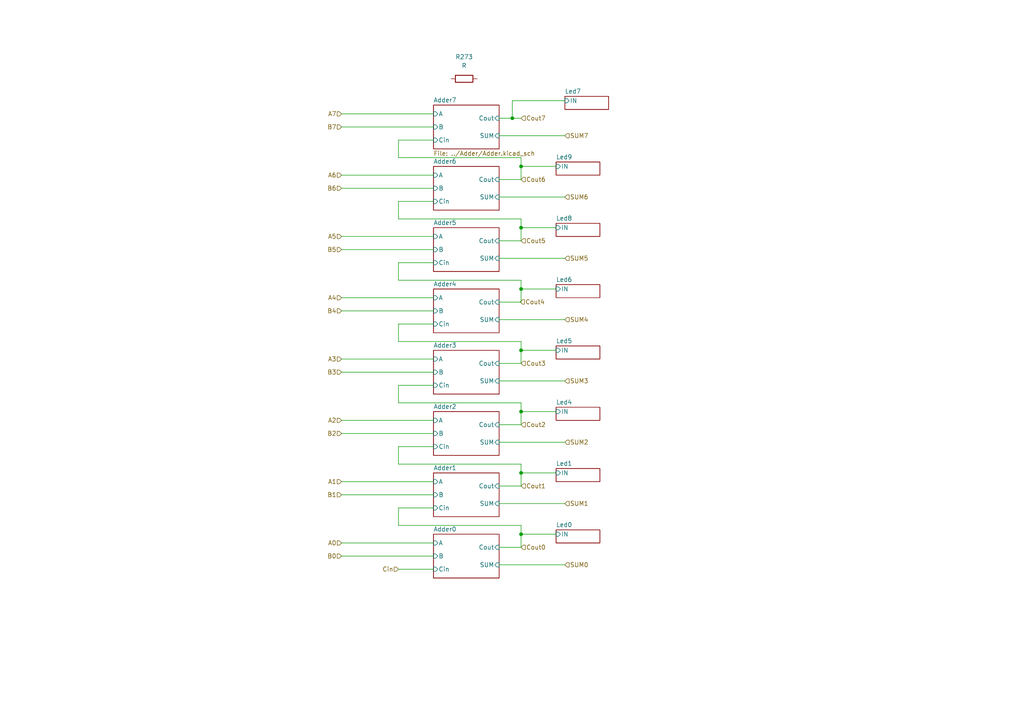
<source format=kicad_sch>
(kicad_sch (version 20231120) (generator "eeschema") (generator_version "8.0")
  (paper "A4")
  (lib_symbols
    (symbol "Device:R" (pin_numbers hide) (pin_names (offset 0))
      (property "Reference" "R" (at 2.032 0 90))
      (property "Value" "R" (at 0 0 90))
      (symbol "R_0_1"
        (rectangle (start -1.016 -2.54) (end 1.016 2.54) (stroke (width 0.254)))
      )
      (symbol "R_1_1"
        (pin passive line (at 0 3.81 270) (length 1.27) (name "~") (number "1"))
        (pin passive line (at 0 -3.81 90) (length 1.27) (name "~") (number "2"))
      )
    )
  )
  (junction (at 151.13 137.16))
  (junction (at 151.13 101.6))
  (junction (at 151.13 154.94))
  (junction (at 148.59 34.29))
  (junction (at 151.13 83.82))
  (junction (at 151.13 48.26))
  (junction (at 151.13 66.04))
  (junction (at 151.13 119.38))
  (wire (pts (xy 99.06 68.58) (xy 125.73 68.58)))
  (wire (pts (xy 115.57 58.42) (xy 115.57 63.5)))
  (wire (pts (xy 115.57 129.54) (xy 125.73 129.54)))
  (wire (pts (xy 163.83 29.21) (xy 148.59 29.21)))
  (wire (pts (xy 99.06 90.17) (xy 125.73 90.17)))
  (wire (pts (xy 144.78 39.37) (xy 163.83 39.37)))
  (wire (pts (xy 144.78 123.19) (xy 151.13 123.19)))
  (wire (pts (xy 99.06 139.7) (xy 125.73 139.7)))
  (wire (pts (xy 99.06 121.92) (xy 125.73 121.92)))
  (wire (pts (xy 144.78 74.93) (xy 163.83 74.93)))
  (wire (pts (xy 144.78 52.07) (xy 151.13 52.07)))
  (wire (pts (xy 144.78 163.83) (xy 163.83 163.83)))
  (wire (pts (xy 115.57 165.1) (xy 125.73 165.1)))
  (wire (pts (xy 151.13 154.94) (xy 161.29 154.94)))
  (wire (pts (xy 151.13 152.4) (xy 151.13 154.94)))
  (wire (pts (xy 151.13 101.6) (xy 161.29 101.6)))
  (wire (pts (xy 144.78 57.15) (xy 163.83 57.15)))
  (wire (pts (xy 99.06 50.8) (xy 125.73 50.8)))
  (wire (pts (xy 151.13 137.16) (xy 161.29 137.16)))
  (wire (pts (xy 148.59 29.21) (xy 148.59 34.29)))
  (wire (pts (xy 144.78 146.05) (xy 163.83 146.05)))
  (wire (pts (xy 115.57 111.76) (xy 115.57 116.84)))
  (wire (pts (xy 151.13 45.72) (xy 151.13 48.26)))
  (wire (pts (xy 144.78 105.41) (xy 151.13 105.41)))
  (wire (pts (xy 99.06 143.51) (xy 125.73 143.51)))
  (wire (pts (xy 115.57 76.2) (xy 125.73 76.2)))
  (wire (pts (xy 144.78 128.27) (xy 163.83 128.27)))
  (wire (pts (xy 115.57 111.76) (xy 125.73 111.76)))
  (wire (pts (xy 115.57 40.64) (xy 115.57 45.72)))
  (wire (pts (xy 99.06 72.39) (xy 125.73 72.39)))
  (wire (pts (xy 115.57 93.98) (xy 125.73 93.98)))
  (wire (pts (xy 115.57 63.5) (xy 151.13 63.5)))
  (wire (pts (xy 144.78 87.63) (xy 151.13 87.63)))
  (wire (pts (xy 115.57 93.98) (xy 115.57 99.06)))
  (wire (pts (xy 115.57 45.72) (xy 151.13 45.72)))
  (wire (pts (xy 99.06 33.02) (xy 125.73 33.02)))
  (wire (pts (xy 125.73 40.64) (xy 115.57 40.64)))
  (wire (pts (xy 151.13 154.94) (xy 151.13 158.75)))
  (wire (pts (xy 151.13 63.5) (xy 151.13 66.04)))
  (wire (pts (xy 144.78 69.85) (xy 151.13 69.85)))
  (wire (pts (xy 99.06 161.29) (xy 125.73 161.29)))
  (wire (pts (xy 148.59 34.29) (xy 151.13 34.29)))
  (wire (pts (xy 151.13 66.04) (xy 161.29 66.04)))
  (wire (pts (xy 115.57 147.32) (xy 125.73 147.32)))
  (wire (pts (xy 99.06 36.83) (xy 125.73 36.83)))
  (wire (pts (xy 115.57 147.32) (xy 115.57 152.4)))
  (wire (pts (xy 151.13 99.06) (xy 151.13 101.6)))
  (wire (pts (xy 115.57 152.4) (xy 151.13 152.4)))
  (wire (pts (xy 115.57 134.62) (xy 151.13 134.62)))
  (wire (pts (xy 151.13 81.28) (xy 151.13 83.82)))
  (wire (pts (xy 151.13 116.84) (xy 151.13 119.38)))
  (wire (pts (xy 99.06 86.36) (xy 125.73 86.36)))
  (wire (pts (xy 151.13 137.16) (xy 151.13 140.97)))
  (wire (pts (xy 144.78 34.29) (xy 148.59 34.29)))
  (wire (pts (xy 115.57 76.2) (xy 115.57 81.28)))
  (wire (pts (xy 115.57 58.42) (xy 125.73 58.42)))
  (wire (pts (xy 99.06 157.48) (xy 125.73 157.48)))
  (wire (pts (xy 151.13 134.62) (xy 151.13 137.16)))
  (wire (pts (xy 144.78 92.71) (xy 163.83 92.71)))
  (wire (pts (xy 151.13 83.82) (xy 161.29 83.82)))
  (wire (pts (xy 115.57 116.84) (xy 151.13 116.84)))
  (wire (pts (xy 151.13 83.82) (xy 151.13 87.63)))
  (wire (pts (xy 99.06 107.95) (xy 125.73 107.95)))
  (wire (pts (xy 144.78 158.75) (xy 151.13 158.75)))
  (wire (pts (xy 151.13 119.38) (xy 151.13 123.19)))
  (wire (pts (xy 151.13 48.26) (xy 151.13 52.07)))
  (wire (pts (xy 99.06 54.61) (xy 125.73 54.61)))
  (wire (pts (xy 115.57 129.54) (xy 115.57 134.62)))
  (wire (pts (xy 144.78 110.49) (xy 163.83 110.49)))
  (wire (pts (xy 99.06 125.73) (xy 125.73 125.73)))
  (wire (pts (xy 115.57 99.06) (xy 151.13 99.06)))
  (wire (pts (xy 144.78 140.97) (xy 151.13 140.97)))
  (wire (pts (xy 151.13 48.26) (xy 161.29 48.26)))
  (wire (pts (xy 151.13 101.6) (xy 151.13 105.41)))
  (wire (pts (xy 151.13 119.38) (xy 161.29 119.38)))
  (wire (pts (xy 99.06 104.14) (xy 125.73 104.14)))
  (wire (pts (xy 115.57 81.28) (xy 151.13 81.28)))
  (wire (pts (xy 151.13 66.04) (xy 151.13 69.85)))
  (hierarchical_label "A6" (shape input) (at 99.06 50.8 180))
  (hierarchical_label "Cout0" (shape input) (at 151.13 158.75 0))
  (hierarchical_label "SUM6" (shape input) (at 163.83 57.15 0))
  (hierarchical_label "Cout5" (shape input) (at 151.13 69.85 0))
  (hierarchical_label "A4" (shape input) (at 99.06 86.36 180))
  (hierarchical_label "A5" (shape input) (at 99.06 68.58 180))
  (hierarchical_label "A3" (shape input) (at 99.06 104.14 180))
  (hierarchical_label "SUM2" (shape input) (at 163.83 128.27 0))
  (hierarchical_label "Cout1" (shape input) (at 151.13 140.97 0))
  (hierarchical_label "Cin" (shape input) (at 115.57 165.1 180))
  (hierarchical_label "A2" (shape input) (at 99.06 121.92 180))
  (hierarchical_label "A1" (shape input) (at 99.06 139.7 180))
  (hierarchical_label "SUM0" (shape input) (at 163.83 163.83 0))
  (hierarchical_label "Cout7" (shape input) (at 151.13 34.29 0))
  (hierarchical_label "SUM4" (shape input) (at 163.83 92.71 0))
  (hierarchical_label "Cout4" (shape input) (at 150.8858 87.5812 0))
  (hierarchical_label "A0" (shape input) (at 99.06 157.48 180))
  (hierarchical_label "SUM5" (shape input) (at 163.83 74.93 0))
  (hierarchical_label "SUM7" (shape input) (at 163.83 39.37 0))
  (hierarchical_label "SUM1" (shape input) (at 163.83 146.05 0))
  (hierarchical_label "B2" (shape input) (at 99.06 125.73 180))
  (hierarchical_label "Cout2" (shape input) (at 151.13 123.19 0))
  (hierarchical_label "B0" (shape input) (at 99.06 161.29 180))
  (hierarchical_label "B5" (shape input) (at 99.06 72.39 180))
  (hierarchical_label "SUM3" (shape input) (at 163.83 110.49 0))
  (hierarchical_label "B3" (shape input) (at 99.06 107.95 180))
  (hierarchical_label "B7" (shape input) (at 99.06 36.83 180))
  (hierarchical_label "B1" (shape input) (at 99.06 143.51 180))
  (hierarchical_label "Cout6" (shape input) (at 151.13 52.07 0))
  (hierarchical_label "B6" (shape input) (at 99.06 54.61 180))
  (hierarchical_label "B4" (shape input) (at 99.06 90.17 180))
  (hierarchical_label "A7" (shape input) (at 99.06 33.02 180))
  (hierarchical_label "Cout3" (shape input) (at 151.13 105.41 0))
  (symbol (lib_id "Device:R") (at 134.62 22.86 90) (unit 1)
    (property "Reference" "R273" (at 134.62 16.51 90))
    (property "Value" "R" (at 134.62 19.05 90))
    (property "Footprint" "Resistor_SMD:R_0805_2012Metric" (effects (hide yes)))
    (property "Description" "Resistor" (effects (hide yes)))
  )
  (sheet (at 163.83 27.94) (size 12.7 3.81) (stroke (width 0.1524))
    (property "Sheetname" "Led7" (at 163.83 27.2284 0) (effects (justify left bottom)))
    (property "Sheetfile" "../LedIndicator/LedIndicator.kicad_sch" (effects (hide yes)))
    (pin "IN" input (at 163.83 29.21 180))
  )
  (sheet (at 161.29 46.99) (size 12.7 3.81) (stroke (width 0.1524))
    (property "Sheetname" "Led9" (at 161.29 46.2784 0) (effects (justify left bottom)))
    (property "Sheetfile" "../LedIndicator/LedIndicator.kicad_sch" (effects (hide yes)))
    (pin "IN" input (at 161.29 48.26 180))
  )
  (sheet (at 161.29 82.55) (size 12.7 3.81) (stroke (width 0.1524))
    (property "Sheetname" "Led6" (at 161.29 81.8384 0) (effects (justify left bottom)))
    (property "Sheetfile" "../LedIndicator/LedIndicator.kicad_sch" (effects (hide yes)))
    (pin "IN" input (at 161.29 83.82 180))
  )
  (sheet (at 125.73 137.16) (size 19.05 12.7) (stroke (width 0.1524))
    (property "Sheetname" "Adder1" (at 125.73 136.4484 0) (effects (justify left bottom)))
    (property "Sheetfile" "../Adder/Adder.kicad_sch" (effects (hide yes)))
    (pin "A" input (at 125.73 139.7 180))
    (pin "B" input (at 125.73 143.51 180))
    (pin "Cin" input (at 125.73 147.32 180))
    (pin "Cout" input (at 144.78 140.97 0))
    (pin "SUM" input (at 144.78 146.05 0))
  )
  (sheet (at 125.73 154.94) (size 19.05 12.7) (stroke (width 0.1524))
    (property "Sheetname" "Adder0" (at 125.73 154.2284 0) (effects (justify left bottom)))
    (property "Sheetfile" "../Adder/Adder.kicad_sch" (effects (hide yes)))
    (pin "A" input (at 125.73 157.48 180))
    (pin "B" input (at 125.73 161.29 180))
    (pin "Cin" input (at 125.73 165.1 180))
    (pin "Cout" input (at 144.78 158.75 0))
    (pin "SUM" input (at 144.78 163.83 0))
  )
  (sheet (at 161.29 118.11) (size 12.7 3.81) (stroke (width 0.1524))
    (property "Sheetname" "Led4" (at 161.29 117.3984 0) (effects (justify left bottom)))
    (property "Sheetfile" "../LedIndicator/LedIndicator.kicad_sch" (effects (hide yes)))
    (pin "IN" input (at 161.29 119.38 180))
  )
  (sheet (at 161.29 135.89) (size 12.7 3.81) (stroke (width 0.1524))
    (property "Sheetname" "Led1" (at 161.29 135.1784 0) (effects (justify left bottom)))
    (property "Sheetfile" "../LedIndicator/LedIndicator.kicad_sch" (effects (hide yes)))
    (pin "IN" input (at 161.29 137.16 180))
  )
  (sheet (at 125.73 48.26) (size 19.05 12.7) (stroke (width 0.1524))
    (property "Sheetname" "Adder6" (at 125.73 47.5484 0) (effects (justify left bottom)))
    (property "Sheetfile" "../Adder/Adder.kicad_sch" (effects (hide yes)))
    (pin "A" input (at 125.73 50.8 180))
    (pin "B" input (at 125.73 54.61 180))
    (pin "Cin" input (at 125.73 58.42 180))
    (pin "Cout" input (at 144.78 52.07 0))
    (pin "SUM" input (at 144.78 57.15 0))
  )
  (sheet (at 125.73 119.38) (size 19.05 12.7) (stroke (width 0.1524))
    (property "Sheetname" "Adder2" (at 125.73 118.6684 0) (effects (justify left bottom)))
    (property "Sheetfile" "../Adder/Adder.kicad_sch" (effects (hide yes)))
    (pin "A" input (at 125.73 121.92 180))
    (pin "B" input (at 125.73 125.73 180))
    (pin "Cin" input (at 125.73 129.54 180))
    (pin "Cout" input (at 144.78 123.19 0))
    (pin "SUM" input (at 144.78 128.27 0))
  )
  (sheet (at 161.29 64.77) (size 12.7 3.81) (stroke (width 0.1524))
    (property "Sheetname" "Led8" (at 161.29 64.0584 0) (effects (justify left bottom)))
    (property "Sheetfile" "../LedIndicator/LedIndicator.kicad_sch" (effects (hide yes)))
    (pin "IN" input (at 161.29 66.04 180))
  )
  (sheet (at 125.73 101.6) (size 19.05 12.7) (stroke (width 0.1524))
    (property "Sheetname" "Adder3" (at 125.73 100.8884 0) (effects (justify left bottom)))
    (property "Sheetfile" "../Adder/Adder.kicad_sch" (effects (hide yes)))
    (pin "A" input (at 125.73 104.14 180))
    (pin "B" input (at 125.73 107.95 180))
    (pin "Cin" input (at 125.73 111.76 180))
    (pin "Cout" input (at 144.78 105.41 0))
    (pin "SUM" input (at 144.78 110.49 0))
  )
  (sheet (at 161.29 100.33) (size 12.7 3.81) (stroke (width 0.1524))
    (property "Sheetname" "Led5" (at 161.29 99.6184 0) (effects (justify left bottom)))
    (property "Sheetfile" "../LedIndicator/LedIndicator.kicad_sch" (effects (hide yes)))
    (pin "IN" input (at 161.29 101.6 180))
  )
  (sheet (at 125.73 83.82) (size 19.05 12.7) (stroke (width 0.1524))
    (property "Sheetname" "Adder4" (at 125.73 83.1084 0) (effects (justify left bottom)))
    (property "Sheetfile" "../Adder/Adder.kicad_sch" (effects (hide yes)))
    (pin "A" input (at 125.73 86.36 180))
    (pin "B" input (at 125.73 90.17 180))
    (pin "Cin" input (at 125.73 93.98 180))
    (pin "Cout" input (at 144.78 87.63 0))
    (pin "SUM" input (at 144.78 92.71 0))
  )
  (sheet (at 161.29 153.67) (size 12.7 3.81) (stroke (width 0.1524))
    (property "Sheetname" "Led0" (at 161.29 152.9584 0) (effects (justify left bottom)))
    (property "Sheetfile" "../LedIndicator/LedIndicator.kicad_sch" (effects (hide yes)))
    (pin "IN" input (at 161.29 154.94 180))
  )
  (sheet (at 125.73 66.04) (size 19.05 12.7) (stroke (width 0.1524))
    (property "Sheetname" "Adder5" (at 125.73 65.3284 0) (effects (justify left bottom)))
    (property "Sheetfile" "../Adder/Adder.kicad_sch" (effects (hide yes)))
    (pin "A" input (at 125.73 68.58 180))
    (pin "B" input (at 125.73 72.39 180))
    (pin "Cin" input (at 125.73 76.2 180))
    (pin "Cout" input (at 144.78 69.85 0))
    (pin "SUM" input (at 144.78 74.93 0))
  )
  (sheet (at 125.73 30.48) (size 19.05 12.7) (stroke (width 0.1524))
    (property "Sheetname" "Adder7" (at 125.73 29.7684 0) (effects (justify left bottom)))
    (property "Sheetfile" "../Adder/Adder.kicad_sch" (at 125.73 43.7646 0) (effects (justify left top)))
    (pin "A" input (at 125.73 33.02 180))
    (pin "B" input (at 125.73 36.83 180))
    (pin "Cin" input (at 125.73 40.64 180))
    (pin "Cout" input (at 144.78 34.29 0))
    (pin "SUM" input (at 144.78 39.37 0))
  )
)
</source>
